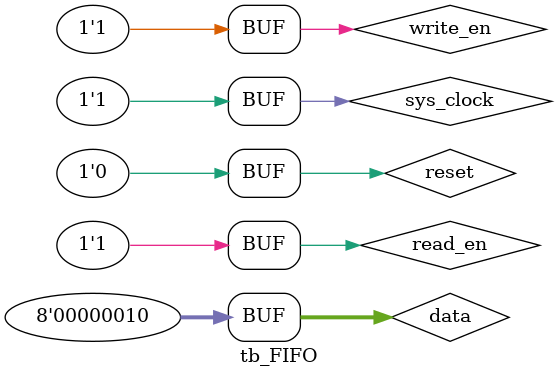
<source format=v>
`timescale 1us/1ns
module tb_FIFO();

	reg reset;
	reg sys_clock;
	reg write_en;
	reg [7:0] data;
	reg read_en;
	wire isEmpty;
	wire isFull;
	wire [7:0] data_out;

	FIFO DUT1(	.sys_clock(sys_clock),
				.reset(reset),
				.write_en(write_en),
				.pulse_mode(1'b1),
				.di(data),
				.read_en(read_en),
				.isEmpty(isEmpty),
				.isFull(isFull),
				.d_out(data_out));

	initial begin
		reset = 1'b1;
		write_en = 1'b0;
		data = 8'd1;
		read_en = 1'b0;
		#30;
		reset = 1'b0;
		write_en = 1'b1;
		#30;
		write_en = 1'b0;
		data = 8'd2;
		#30;
		write_en = 1'b1;
		#30;
		write_en = 1'b0;
		data = 8'h00;
		#30;
		write_en = 1'b1;
		#30;
		write_en = 1'b0;
		data = 8'd3;
		#30;
		write_en = 1'b1;
		#30;
		write_en = 1'b0;
		#120
		
		
		read_en = 1'b1;
		#30;
		read_en = 1'b0;
		#30;
		
		read_en = 1'b1;
		#30;
		read_en = 1'b0;
		#30;
		
		read_en = 1'b1;
		#30;
		read_en = 1'b0;
		#30;
		
		read_en = 1'b1;
		#30;
		read_en = 1'b0;
		#30;
		
		#300;
		
		//Simultaneous read and write test
		write_en = 1'b0;
		data = 8'd1;
		#30;
		write_en = 1'b1;
		#30;
		
		write_en = 1'b0;
		read_en = 1'b1;
		data = 8'd2;
		#30;
		write_en = 1'b1;
		read_en = 1'b0;
		#30;
		
		write_en = 1'b0;
		read_en = 1'b1;
		data = 8'd2;
		if(data_out !== 8'd1) begin
			$display("Assertion failed");
		end
		#30;
		write_en = 1'b1;
	end
	
	always begin
		sys_clock = 1'b0;
		#5;
		sys_clock = 1'b1;
		#5;
	end

endmodule 
</source>
